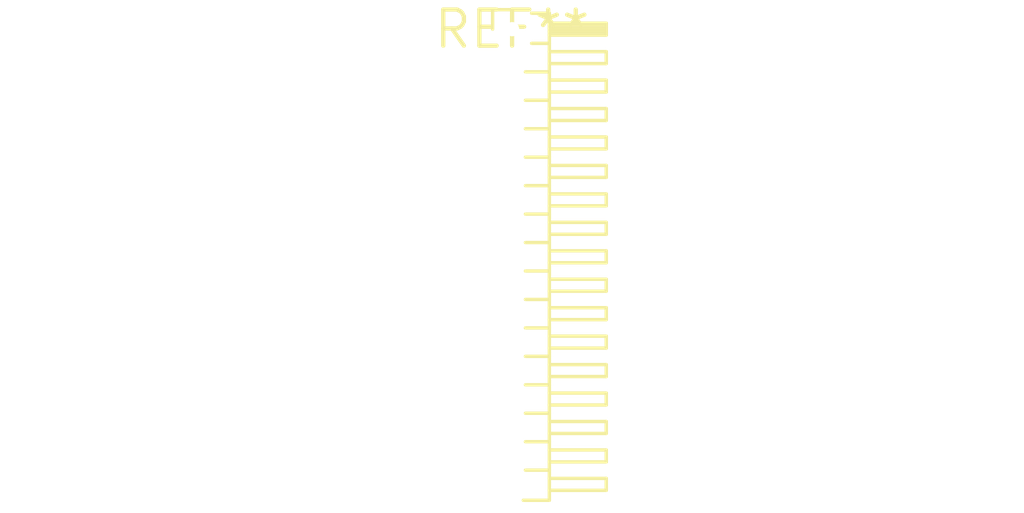
<source format=kicad_pcb>
(kicad_pcb (version 20240108) (generator pcbnew)
  (layers (0 "F.Cu" signal) (31 "B.Cu" signal) (34 "B.Paste" user) (35 "F.Paste" user) (36 "B.SilkS" user "B.Silkscreen") (37 "F.SilkS" user "F.Silkscreen") (38 "B.Mask" user) (39 "F.Mask" user) (44 "Edge.Cuts" user))
  (net 0 "")
  (footprint "PinHeader_1x17_P1.00mm_Horizontal" (layer "F.Cu") (at 0 0)
    (property "Reference" "REF**")
    (property "Value" "PinHeader_1x17_P1.00mm_Horizontal")
    (fp_line (start -0.685 -0.685) (end 0 -0.685) (layer "F.SilkS") (stroke (width 0.12)))
    (fp_line (start -0.685 0) (end -0.685 -0.685) (layer "F.SilkS") (stroke (width 0.12)))
    (fp_line (start 0.468215 1.5) (end 1.31 1.5) (layer "F.SilkS") (stroke (width 0.12)))
    (fp_line (start 0.468215 2.5) (end 1.31 2.5) (layer "F.SilkS") (stroke (width 0.12)))
    (fp_line (start 0.468215 3.5) (end 1.31 3.5) (layer "F.SilkS") (stroke (width 0.12)))
    (fp_line (start 0.468215 4.5) (end 1.31 4.5) (layer "F.SilkS") (stroke (width 0.12)))
    (fp_line (start 0.468215 5.5) (end 1.31 5.5) (layer "F.SilkS") (stroke (width 0.12)))
    (fp_line (start 0.468215 6.5) (end 1.31 6.5) (layer "F.SilkS") (stroke (width 0.12)))
    (fp_line (start 0.468215 7.5) (end 1.31 7.5) (layer "F.SilkS") (stroke (width 0.12)))
    (fp_line (start 0.468215 8.5) (end 1.31 8.5) (layer "F.SilkS") (stroke (width 0.12)))
    (fp_line (start 0.468215 9.5) (end 1.31 9.5) (layer "F.SilkS") (stroke (width 0.12)))
    (fp_line (start 0.468215 10.5) (end 1.31 10.5) (layer "F.SilkS") (stroke (width 0.12)))
    (fp_line (start 0.468215 11.5) (end 1.31 11.5) (layer "F.SilkS") (stroke (width 0.12)))
    (fp_line (start 0.468215 12.5) (end 1.31 12.5) (layer "F.SilkS") (stroke (width 0.12)))
    (fp_line (start 0.468215 13.5) (end 1.31 13.5) (layer "F.SilkS") (stroke (width 0.12)))
    (fp_line (start 0.468215 14.5) (end 1.31 14.5) (layer "F.SilkS") (stroke (width 0.12)))
    (fp_line (start 0.468215 15.5) (end 1.31 15.5) (layer "F.SilkS") (stroke (width 0.12)))
    (fp_line (start 0.685 -0.56) (end 1.31 -0.56) (layer "F.SilkS") (stroke (width 0.12)))
    (fp_line (start 0.685 0.5) (end 1.31 0.5) (layer "F.SilkS") (stroke (width 0.12)))
    (fp_line (start 1.31 -0.56) (end 1.31 16.56) (layer "F.SilkS") (stroke (width 0.12)))
    (fp_line (start 1.31 -0.21) (end 3.31 -0.21) (layer "F.SilkS") (stroke (width 0.12)))
    (fp_line (start 1.31 -0.15) (end 3.31 -0.15) (layer "F.SilkS") (stroke (width 0.12)))
    (fp_line (start 1.31 -0.03) (end 3.31 -0.03) (layer "F.SilkS") (stroke (width 0.12)))
    (fp_line (start 1.31 0.09) (end 3.31 0.09) (layer "F.SilkS") (stroke (width 0.12)))
    (fp_line (start 1.31 0.79) (end 3.31 0.79) (layer "F.SilkS") (stroke (width 0.12)))
    (fp_line (start 1.31 1.79) (end 3.31 1.79) (layer "F.SilkS") (stroke (width 0.12)))
    (fp_line (start 1.31 2.79) (end 3.31 2.79) (layer "F.SilkS") (stroke (width 0.12)))
    (fp_line (start 1.31 3.79) (end 3.31 3.79) (layer "F.SilkS") (stroke (width 0.12)))
    (fp_line (start 1.31 4.79) (end 3.31 4.79) (layer "F.SilkS") (stroke (width 0.12)))
    (fp_line (start 1.31 5.79) (end 3.31 5.79) (layer "F.SilkS") (stroke (width 0.12)))
    (fp_line (start 1.31 6.79) (end 3.31 6.79) (layer "F.SilkS") (stroke (width 0.12)))
    (fp_line (start 1.31 7.79) (end 3.31 7.79) (layer "F.SilkS") (stroke (width 0.12)))
    (fp_line (start 1.31 8.79) (end 3.31 8.79) (layer "F.SilkS") (stroke (width 0.12)))
    (fp_line (start 1.31 9.79) (end 3.31 9.79) (layer "F.SilkS") (stroke (width 0.12)))
    (fp_line (start 1.31 10.79) (end 3.31 10.79) (layer "F.SilkS") (stroke (width 0.12)))
    (fp_line (start 1.31 11.79) (end 3.31 11.79) (layer "F.SilkS") (stroke (width 0.12)))
    (fp_line (start 1.31 12.79) (end 3.31 12.79) (layer "F.SilkS") (stroke (width 0.12)))
    (fp_line (start 1.31 13.79) (end 3.31 13.79) (layer "F.SilkS") (stroke (width 0.12)))
    (fp_line (start 1.31 14.79) (end 3.31 14.79) (layer "F.SilkS") (stroke (width 0.12)))
    (fp_line (start 1.31 15.79) (end 3.31 15.79) (layer "F.SilkS") (stroke (width 0.12)))
    (fp_line (start 1.31 16.56) (end 0.394493 16.56) (layer "F.SilkS") (stroke (width 0.12)))
    (fp_line (start 3.31 -0.21) (end 3.31 0.21) (layer "F.SilkS") (stroke (width 0.12)))
    (fp_line (start 3.31 0.21) (end 1.31 0.21) (layer "F.SilkS") (stroke (width 0.12)))
    (fp_line (start 3.31 0.79) (end 3.31 1.21) (layer "F.SilkS") (stroke (width 0.12)))
    (fp_line (start 3.31 1.21) (end 1.31 1.21) (layer "F.SilkS") (stroke (width 0.12)))
    (fp_line (start 3.31 1.79) (end 3.31 2.21) (layer "F.SilkS") (stroke (width 0.12)))
    (fp_line (start 3.31 2.21) (end 1.31 2.21) (layer "F.SilkS") (stroke (width 0.12)))
    (fp_line (start 3.31 2.79) (end 3.31 3.21) (layer "F.SilkS") (stroke (width 0.12)))
    (fp_line (start 3.31 3.21) (end 1.31 3.21) (layer "F.SilkS") (stroke (width 0.12)))
    (fp_line (start 3.31 3.79) (end 3.31 4.21) (layer "F.SilkS") (stroke (width 0.12)))
    (fp_line (start 3.31 4.21) (end 1.31 4.21) (layer "F.SilkS") (stroke (width 0.12)))
    (fp_line (start 3.31 4.79) (end 3.31 5.21) (layer "F.SilkS") (stroke (width 0.12)))
    (fp_line (start 3.31 5.21) (end 1.31 5.21) (layer "F.SilkS") (stroke (width 0.12)))
    (fp_line (start 3.31 5.79) (end 3.31 6.21) (layer "F.SilkS") (stroke (width 0.12)))
    (fp_line (start 3.31 6.21) (end 1.31 6.21) (layer "F.SilkS") (stroke (width 0.12)))
    (fp_line (start 3.31 6.79) (end 3.31 7.21) (layer "F.SilkS") (stroke (width 0.12)))
    (fp_line (start 3.31 7.21) (end 1.31 7.21) (layer "F.SilkS") (stroke (width 0.12)))
    (fp_line (start 3.31 7.79) (end 3.31 8.21) (layer "F.SilkS") (stroke (width 0.12)))
    (fp_line (start 3.31 8.21) (end 1.31 8.21) (layer "F.SilkS") (stroke (width 0.12)))
    (fp_line (start 3.31 8.79) (end 3.31 9.21) (layer "F.SilkS") (stroke (width 0.12)))
    (fp_line (start 3.31 9.21) (end 1.31 9.21) (layer "F.SilkS") (stroke (width 0.12)))
    (fp_line (start 3.31 9.79) (end 3.31 10.21) (layer "F.SilkS") (stroke (width 0.12)))
    (fp_line (start 3.31 10.21) (end 1.31 10.21) (layer "F.SilkS") (stroke (width 0.12)))
    (fp_line (start 3.31 10.79) (end 3.31 11.21) (layer "F.SilkS") (stroke (width 0.12)))
    (fp_line (start 3.31 11.21) (end 1.31 11.21) (layer "F.SilkS") (stroke (width 0.12)))
    (fp_line (start 3.31 11.79) (end 3.31 12.21) (layer "F.SilkS") (stroke (width 0.12)))
    (fp_line (start 3.31 12.21) (end 1.31 12.21) (layer "F.SilkS") (stroke (width 0.12)))
    (fp_line (start 3.31 12.79) (end 3.31 13.21) (layer "F.SilkS") (stroke (width 0.12)))
    (fp_line (start 3.31 13.21) (end 1.31 13.21) (layer "F.SilkS") (stroke (width 0.12)))
    (fp_line (start 3.31 13.79) (end 3.31 14.21) (layer "F.SilkS") (stroke (width 0.12)))
    (fp_line (start 3.31 14.21) (end 1.31 14.21) (layer "F.SilkS") (stroke (width 0.12)))
    (fp_line (start 3.31 14.79) (end 3.31 15.21) (layer "F.SilkS") (stroke (width 0.12)))
    (fp_line (start 3.31 15.21) (end 1.31 15.21) (layer "F.SilkS") (stroke (width 0.12)))
    (fp_line (start 3.31 15.79) (end 3.31 16.21) (layer "F.SilkS") (stroke (width 0.12)))
    (fp_line (start 3.31 16.21) (end 1.31 16.21) (layer "F.SilkS") (stroke (width 0.12)))
    (pad "1" thru_hole rect (at 0 0) (size 0.85 0.85) (drill 0.5) (layers *.Cu *.Mask) (remove_unused_layers))
    (pad "2" thru_hole oval (at 0 1) (size 0.85 0.85) (drill 0.5) (layers *.Cu *.Mask) (remove_unused_layers))
    (pad "3" thru_hole oval (at 0 2) (size 0.85 0.85) (drill 0.5) (layers *.Cu *.Mask) (remove_unused_layers))
    (pad "4" thru_hole oval (at 0 3) (size 0.85 0.85) (drill 0.5) (layers *.Cu *.Mask) (remove_unused_layers))
    (pad "5" thru_hole oval (at 0 4) (size 0.85 0.85) (drill 0.5) (layers *.Cu *.Mask) (remove_unused_layers))
    (pad "6" thru_hole oval (at 0 5) (size 0.85 0.85) (drill 0.5) (layers *.Cu *.Mask) (remove_unused_layers))
    (pad "7" thru_hole oval (at 0 6) (size 0.85 0.85) (drill 0.5) (layers *.Cu *.Mask) (remove_unused_layers))
    (pad "8" thru_hole oval (at 0 7) (size 0.85 0.85) (drill 0.5) (layers *.Cu *.Mask) (remove_unused_layers))
    (pad "9" thru_hole oval (at 0 8) (size 0.85 0.85) (drill 0.5) (layers *.Cu *.Mask) (remove_unused_layers))
    (pad "10" thru_hole oval (at 0 9) (size 0.85 0.85) (drill 0.5) (layers *.Cu *.Mask) (remove_unused_layers))
    (pad "11" thru_hole oval (at 0 10) (size 0.85 0.85) (drill 0.5) (layers *.Cu *.Mask) (remove_unused_layers))
    (pad "12" thru_hole oval (at 0 11) (size 0.85 0.85) (drill 0.5) (layers *.Cu *.Mask) (remove_unused_layers))
    (pad "13" thru_hole oval (at 0 12) (size 0.85 0.85) (drill 0.5) (layers *.Cu *.Mask) (remove_unused_layers))
    (pad "14" thru_hole oval (at 0 13) (size 0.85 0.85) (drill 0.5) (layers *.Cu *.Mask) (remove_unused_layers))
    (pad "15" thru_hole oval (at 0 14) (size 0.85 0.85) (drill 0.5) (layers *.Cu *.Mask) (remove_unused_layers))
    (pad "16" thru_hole oval (at 0 15) (size 0.85 0.85) (drill 0.5) (layers *.Cu *.Mask) (remove_unused_layers))
    (pad "17" thru_hole oval (at 0 16) (size 0.85 0.85) (drill 0.5) (layers *.Cu *.Mask) (remove_unused_layers))
  )
)
</source>
